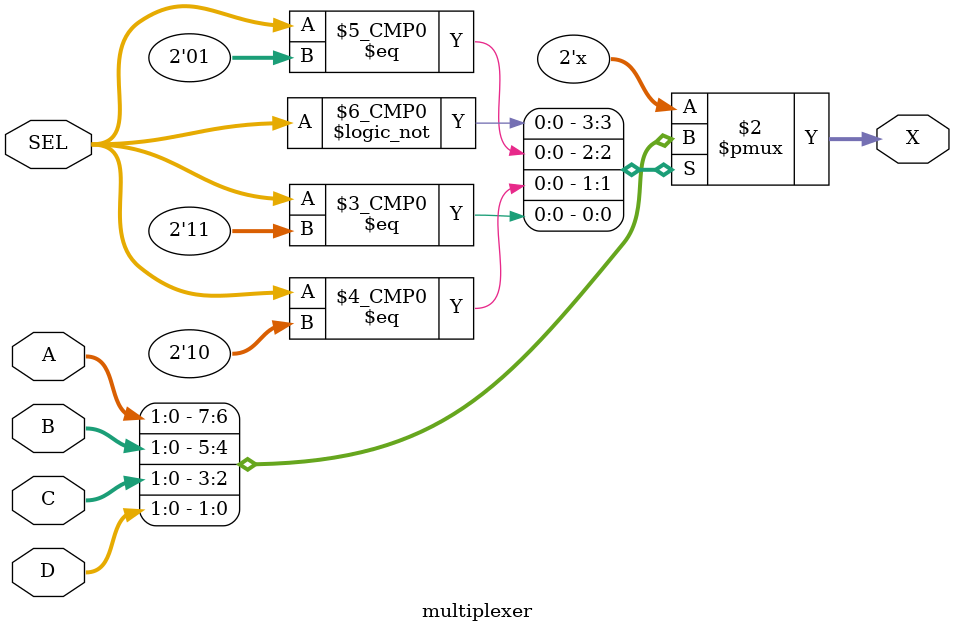
<source format=v>
`timescale 1ns / 1ps


module multiplexer(
    input [1:0] A,
    input [1:0] B,
    input [1:0] C,
    input [1:0] D,
    input [1:0] SEL,
    output reg [1:0] X
);

    always @ (A or B or C or D or SEL)
    begin
        case (SEL)
            2'b00: X = A;
            2'b01: X = B;
            2'b10: X = C;
            2'b11: X = D;
            default: X = 2'b00; // Default case to handle undefined SEL values
        endcase
    end
endmodule


</source>
